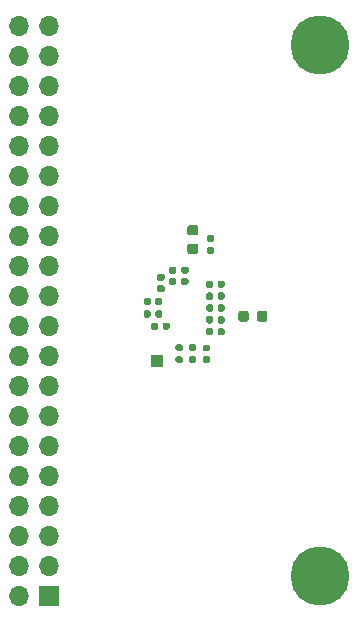
<source format=gbs>
G04 #@! TF.GenerationSoftware,KiCad,Pcbnew,(5.1.8)-1*
G04 #@! TF.CreationDate,2021-01-03T21:05:33+07:00*
G04 #@! TF.ProjectId,FT600_Adapter,46543630-305f-4416-9461-707465722e6b,rev?*
G04 #@! TF.SameCoordinates,Original*
G04 #@! TF.FileFunction,Soldermask,Bot*
G04 #@! TF.FilePolarity,Negative*
%FSLAX46Y46*%
G04 Gerber Fmt 4.6, Leading zero omitted, Abs format (unit mm)*
G04 Created by KiCad (PCBNEW (5.1.8)-1) date 2021-01-03 21:05:33*
%MOMM*%
%LPD*%
G01*
G04 APERTURE LIST*
%ADD10C,5.000000*%
%ADD11O,1.700000X1.700000*%
%ADD12R,1.700000X1.700000*%
%ADD13R,1.000000X1.000000*%
G04 APERTURE END LIST*
D10*
X135000000Y-126000000D03*
X135000000Y-81000000D03*
G36*
G01*
X125882500Y-97735000D02*
X125537500Y-97735000D01*
G75*
G02*
X125390000Y-97587500I0J147500D01*
G01*
X125390000Y-97292500D01*
G75*
G02*
X125537500Y-97145000I147500J0D01*
G01*
X125882500Y-97145000D01*
G75*
G02*
X126030000Y-97292500I0J-147500D01*
G01*
X126030000Y-97587500D01*
G75*
G02*
X125882500Y-97735000I-147500J0D01*
G01*
G37*
G36*
G01*
X125882500Y-98705000D02*
X125537500Y-98705000D01*
G75*
G02*
X125390000Y-98557500I0J147500D01*
G01*
X125390000Y-98262500D01*
G75*
G02*
X125537500Y-98115000I147500J0D01*
G01*
X125882500Y-98115000D01*
G75*
G02*
X126030000Y-98262500I0J-147500D01*
G01*
X126030000Y-98557500D01*
G75*
G02*
X125882500Y-98705000I-147500J0D01*
G01*
G37*
G36*
G01*
X122327500Y-100765000D02*
X122672500Y-100765000D01*
G75*
G02*
X122820000Y-100912500I0J-147500D01*
G01*
X122820000Y-101207500D01*
G75*
G02*
X122672500Y-101355000I-147500J0D01*
G01*
X122327500Y-101355000D01*
G75*
G02*
X122180000Y-101207500I0J147500D01*
G01*
X122180000Y-100912500D01*
G75*
G02*
X122327500Y-100765000I147500J0D01*
G01*
G37*
G36*
G01*
X122327500Y-99795000D02*
X122672500Y-99795000D01*
G75*
G02*
X122820000Y-99942500I0J-147500D01*
G01*
X122820000Y-100237500D01*
G75*
G02*
X122672500Y-100385000I-147500J0D01*
G01*
X122327500Y-100385000D01*
G75*
G02*
X122180000Y-100237500I0J147500D01*
G01*
X122180000Y-99942500D01*
G75*
G02*
X122327500Y-99795000I147500J0D01*
G01*
G37*
G36*
G01*
X121327500Y-101375000D02*
X121672500Y-101375000D01*
G75*
G02*
X121820000Y-101522500I0J-147500D01*
G01*
X121820000Y-101817500D01*
G75*
G02*
X121672500Y-101965000I-147500J0D01*
G01*
X121327500Y-101965000D01*
G75*
G02*
X121180000Y-101817500I0J147500D01*
G01*
X121180000Y-101522500D01*
G75*
G02*
X121327500Y-101375000I147500J0D01*
G01*
G37*
G36*
G01*
X121327500Y-100405000D02*
X121672500Y-100405000D01*
G75*
G02*
X121820000Y-100552500I0J-147500D01*
G01*
X121820000Y-100847500D01*
G75*
G02*
X121672500Y-100995000I-147500J0D01*
G01*
X121327500Y-100995000D01*
G75*
G02*
X121180000Y-100847500I0J147500D01*
G01*
X121180000Y-100552500D01*
G75*
G02*
X121327500Y-100405000I147500J0D01*
G01*
G37*
G36*
G01*
X121025000Y-103972500D02*
X121025000Y-103627500D01*
G75*
G02*
X121172500Y-103480000I147500J0D01*
G01*
X121467500Y-103480000D01*
G75*
G02*
X121615000Y-103627500I0J-147500D01*
G01*
X121615000Y-103972500D01*
G75*
G02*
X121467500Y-104120000I-147500J0D01*
G01*
X121172500Y-104120000D01*
G75*
G02*
X121025000Y-103972500I0J147500D01*
G01*
G37*
G36*
G01*
X120055000Y-103972500D02*
X120055000Y-103627500D01*
G75*
G02*
X120202500Y-103480000I147500J0D01*
G01*
X120497500Y-103480000D01*
G75*
G02*
X120645000Y-103627500I0J-147500D01*
G01*
X120645000Y-103972500D01*
G75*
G02*
X120497500Y-104120000I-147500J0D01*
G01*
X120202500Y-104120000D01*
G75*
G02*
X120055000Y-103972500I0J147500D01*
G01*
G37*
G36*
G01*
X125925000Y-105127500D02*
X125925000Y-105472500D01*
G75*
G02*
X125777500Y-105620000I-147500J0D01*
G01*
X125482500Y-105620000D01*
G75*
G02*
X125335000Y-105472500I0J147500D01*
G01*
X125335000Y-105127500D01*
G75*
G02*
X125482500Y-104980000I147500J0D01*
G01*
X125777500Y-104980000D01*
G75*
G02*
X125925000Y-105127500I0J-147500D01*
G01*
G37*
G36*
G01*
X126895000Y-105127500D02*
X126895000Y-105472500D01*
G75*
G02*
X126747500Y-105620000I-147500J0D01*
G01*
X126452500Y-105620000D01*
G75*
G02*
X126305000Y-105472500I0J147500D01*
G01*
X126305000Y-105127500D01*
G75*
G02*
X126452500Y-104980000I147500J0D01*
G01*
X126747500Y-104980000D01*
G75*
G02*
X126895000Y-105127500I0J-147500D01*
G01*
G37*
G36*
G01*
X125925000Y-104127500D02*
X125925000Y-104472500D01*
G75*
G02*
X125777500Y-104620000I-147500J0D01*
G01*
X125482500Y-104620000D01*
G75*
G02*
X125335000Y-104472500I0J147500D01*
G01*
X125335000Y-104127500D01*
G75*
G02*
X125482500Y-103980000I147500J0D01*
G01*
X125777500Y-103980000D01*
G75*
G02*
X125925000Y-104127500I0J-147500D01*
G01*
G37*
G36*
G01*
X126895000Y-104127500D02*
X126895000Y-104472500D01*
G75*
G02*
X126747500Y-104620000I-147500J0D01*
G01*
X126452500Y-104620000D01*
G75*
G02*
X126305000Y-104472500I0J147500D01*
G01*
X126305000Y-104127500D01*
G75*
G02*
X126452500Y-103980000I147500J0D01*
G01*
X126747500Y-103980000D01*
G75*
G02*
X126895000Y-104127500I0J-147500D01*
G01*
G37*
G36*
G01*
X125925000Y-103127500D02*
X125925000Y-103472500D01*
G75*
G02*
X125777500Y-103620000I-147500J0D01*
G01*
X125482500Y-103620000D01*
G75*
G02*
X125335000Y-103472500I0J147500D01*
G01*
X125335000Y-103127500D01*
G75*
G02*
X125482500Y-102980000I147500J0D01*
G01*
X125777500Y-102980000D01*
G75*
G02*
X125925000Y-103127500I0J-147500D01*
G01*
G37*
G36*
G01*
X126895000Y-103127500D02*
X126895000Y-103472500D01*
G75*
G02*
X126747500Y-103620000I-147500J0D01*
G01*
X126452500Y-103620000D01*
G75*
G02*
X126305000Y-103472500I0J147500D01*
G01*
X126305000Y-103127500D01*
G75*
G02*
X126452500Y-102980000I147500J0D01*
G01*
X126747500Y-102980000D01*
G75*
G02*
X126895000Y-103127500I0J-147500D01*
G01*
G37*
G36*
G01*
X123357500Y-100765000D02*
X123702500Y-100765000D01*
G75*
G02*
X123850000Y-100912500I0J-147500D01*
G01*
X123850000Y-101207500D01*
G75*
G02*
X123702500Y-101355000I-147500J0D01*
G01*
X123357500Y-101355000D01*
G75*
G02*
X123210000Y-101207500I0J147500D01*
G01*
X123210000Y-100912500D01*
G75*
G02*
X123357500Y-100765000I147500J0D01*
G01*
G37*
G36*
G01*
X123357500Y-99795000D02*
X123702500Y-99795000D01*
G75*
G02*
X123850000Y-99942500I0J-147500D01*
G01*
X123850000Y-100237500D01*
G75*
G02*
X123702500Y-100385000I-147500J0D01*
G01*
X123357500Y-100385000D01*
G75*
G02*
X123210000Y-100237500I0J147500D01*
G01*
X123210000Y-99942500D01*
G75*
G02*
X123357500Y-99795000I147500J0D01*
G01*
G37*
G36*
G01*
X121655000Y-105022500D02*
X121655000Y-104677500D01*
G75*
G02*
X121802500Y-104530000I147500J0D01*
G01*
X122097500Y-104530000D01*
G75*
G02*
X122245000Y-104677500I0J-147500D01*
G01*
X122245000Y-105022500D01*
G75*
G02*
X122097500Y-105170000I-147500J0D01*
G01*
X121802500Y-105170000D01*
G75*
G02*
X121655000Y-105022500I0J147500D01*
G01*
G37*
G36*
G01*
X120685000Y-105022500D02*
X120685000Y-104677500D01*
G75*
G02*
X120832500Y-104530000I147500J0D01*
G01*
X121127500Y-104530000D01*
G75*
G02*
X121275000Y-104677500I0J-147500D01*
G01*
X121275000Y-105022500D01*
G75*
G02*
X121127500Y-105170000I-147500J0D01*
G01*
X120832500Y-105170000D01*
G75*
G02*
X120685000Y-105022500I0J147500D01*
G01*
G37*
G36*
G01*
X129637500Y-104256250D02*
X129637500Y-103743750D01*
G75*
G02*
X129856250Y-103525000I218750J0D01*
G01*
X130293750Y-103525000D01*
G75*
G02*
X130512500Y-103743750I0J-218750D01*
G01*
X130512500Y-104256250D01*
G75*
G02*
X130293750Y-104475000I-218750J0D01*
G01*
X129856250Y-104475000D01*
G75*
G02*
X129637500Y-104256250I0J218750D01*
G01*
G37*
G36*
G01*
X128062500Y-104256250D02*
X128062500Y-103743750D01*
G75*
G02*
X128281250Y-103525000I218750J0D01*
G01*
X128718750Y-103525000D01*
G75*
G02*
X128937500Y-103743750I0J-218750D01*
G01*
X128937500Y-104256250D01*
G75*
G02*
X128718750Y-104475000I-218750J0D01*
G01*
X128281250Y-104475000D01*
G75*
G02*
X128062500Y-104256250I0J218750D01*
G01*
G37*
G36*
G01*
X121025000Y-102922500D02*
X121025000Y-102577500D01*
G75*
G02*
X121172500Y-102430000I147500J0D01*
G01*
X121467500Y-102430000D01*
G75*
G02*
X121615000Y-102577500I0J-147500D01*
G01*
X121615000Y-102922500D01*
G75*
G02*
X121467500Y-103070000I-147500J0D01*
G01*
X121172500Y-103070000D01*
G75*
G02*
X121025000Y-102922500I0J147500D01*
G01*
G37*
G36*
G01*
X120055000Y-102922500D02*
X120055000Y-102577500D01*
G75*
G02*
X120202500Y-102430000I147500J0D01*
G01*
X120497500Y-102430000D01*
G75*
G02*
X120645000Y-102577500I0J-147500D01*
G01*
X120645000Y-102922500D01*
G75*
G02*
X120497500Y-103070000I-147500J0D01*
G01*
X120202500Y-103070000D01*
G75*
G02*
X120055000Y-102922500I0J147500D01*
G01*
G37*
G36*
G01*
X125925000Y-102127500D02*
X125925000Y-102472500D01*
G75*
G02*
X125777500Y-102620000I-147500J0D01*
G01*
X125482500Y-102620000D01*
G75*
G02*
X125335000Y-102472500I0J147500D01*
G01*
X125335000Y-102127500D01*
G75*
G02*
X125482500Y-101980000I147500J0D01*
G01*
X125777500Y-101980000D01*
G75*
G02*
X125925000Y-102127500I0J-147500D01*
G01*
G37*
G36*
G01*
X126895000Y-102127500D02*
X126895000Y-102472500D01*
G75*
G02*
X126747500Y-102620000I-147500J0D01*
G01*
X126452500Y-102620000D01*
G75*
G02*
X126305000Y-102472500I0J147500D01*
G01*
X126305000Y-102127500D01*
G75*
G02*
X126452500Y-101980000I147500J0D01*
G01*
X126747500Y-101980000D01*
G75*
G02*
X126895000Y-102127500I0J-147500D01*
G01*
G37*
G36*
G01*
X125925000Y-101127500D02*
X125925000Y-101472500D01*
G75*
G02*
X125777500Y-101620000I-147500J0D01*
G01*
X125482500Y-101620000D01*
G75*
G02*
X125335000Y-101472500I0J147500D01*
G01*
X125335000Y-101127500D01*
G75*
G02*
X125482500Y-100980000I147500J0D01*
G01*
X125777500Y-100980000D01*
G75*
G02*
X125925000Y-101127500I0J-147500D01*
G01*
G37*
G36*
G01*
X126895000Y-101127500D02*
X126895000Y-101472500D01*
G75*
G02*
X126747500Y-101620000I-147500J0D01*
G01*
X126452500Y-101620000D01*
G75*
G02*
X126305000Y-101472500I0J147500D01*
G01*
X126305000Y-101127500D01*
G75*
G02*
X126452500Y-100980000I147500J0D01*
G01*
X126747500Y-100980000D01*
G75*
G02*
X126895000Y-101127500I0J-147500D01*
G01*
G37*
G36*
G01*
X124456250Y-97152500D02*
X123943750Y-97152500D01*
G75*
G02*
X123725000Y-96933750I0J218750D01*
G01*
X123725000Y-96496250D01*
G75*
G02*
X123943750Y-96277500I218750J0D01*
G01*
X124456250Y-96277500D01*
G75*
G02*
X124675000Y-96496250I0J-218750D01*
G01*
X124675000Y-96933750D01*
G75*
G02*
X124456250Y-97152500I-218750J0D01*
G01*
G37*
G36*
G01*
X124456250Y-98727500D02*
X123943750Y-98727500D01*
G75*
G02*
X123725000Y-98508750I0J218750D01*
G01*
X123725000Y-98071250D01*
G75*
G02*
X123943750Y-97852500I218750J0D01*
G01*
X124456250Y-97852500D01*
G75*
G02*
X124675000Y-98071250I0J-218750D01*
G01*
X124675000Y-98508750D01*
G75*
G02*
X124456250Y-98727500I-218750J0D01*
G01*
G37*
D11*
X109460000Y-79440000D03*
X112000000Y-79440000D03*
X109460000Y-81980000D03*
X112000000Y-81980000D03*
X109460000Y-84520000D03*
X112000000Y-84520000D03*
X109460000Y-87060000D03*
X112000000Y-87060000D03*
X109460000Y-89600000D03*
X112000000Y-89600000D03*
X109460000Y-92140000D03*
X112000000Y-92140000D03*
X109460000Y-94680000D03*
X112000000Y-94680000D03*
X109460000Y-97220000D03*
X112000000Y-97220000D03*
X109460000Y-99760000D03*
X112000000Y-99760000D03*
X109460000Y-102300000D03*
X112000000Y-102300000D03*
X109460000Y-104840000D03*
X112000000Y-104840000D03*
X109460000Y-107380000D03*
X112000000Y-107380000D03*
X109460000Y-109920000D03*
X112000000Y-109920000D03*
X109460000Y-112460000D03*
X112000000Y-112460000D03*
X109460000Y-115000000D03*
X112000000Y-115000000D03*
X109460000Y-117540000D03*
X112000000Y-117540000D03*
X109460000Y-120080000D03*
X112000000Y-120080000D03*
X109460000Y-122620000D03*
X112000000Y-122620000D03*
X109460000Y-125160000D03*
X112000000Y-125160000D03*
X109460000Y-127700000D03*
D12*
X112000000Y-127700000D03*
D13*
X121150000Y-107750000D03*
G36*
G01*
X123235000Y-106920000D02*
X122865000Y-106920000D01*
G75*
G02*
X122730000Y-106785000I0J135000D01*
G01*
X122730000Y-106515000D01*
G75*
G02*
X122865000Y-106380000I135000J0D01*
G01*
X123235000Y-106380000D01*
G75*
G02*
X123370000Y-106515000I0J-135000D01*
G01*
X123370000Y-106785000D01*
G75*
G02*
X123235000Y-106920000I-135000J0D01*
G01*
G37*
G36*
G01*
X123235000Y-107940000D02*
X122865000Y-107940000D01*
G75*
G02*
X122730000Y-107805000I0J135000D01*
G01*
X122730000Y-107535000D01*
G75*
G02*
X122865000Y-107400000I135000J0D01*
G01*
X123235000Y-107400000D01*
G75*
G02*
X123370000Y-107535000I0J-135000D01*
G01*
X123370000Y-107805000D01*
G75*
G02*
X123235000Y-107940000I-135000J0D01*
G01*
G37*
G36*
G01*
X125520000Y-106980000D02*
X125180000Y-106980000D01*
G75*
G02*
X125040000Y-106840000I0J140000D01*
G01*
X125040000Y-106560000D01*
G75*
G02*
X125180000Y-106420000I140000J0D01*
G01*
X125520000Y-106420000D01*
G75*
G02*
X125660000Y-106560000I0J-140000D01*
G01*
X125660000Y-106840000D01*
G75*
G02*
X125520000Y-106980000I-140000J0D01*
G01*
G37*
G36*
G01*
X125520000Y-107940000D02*
X125180000Y-107940000D01*
G75*
G02*
X125040000Y-107800000I0J140000D01*
G01*
X125040000Y-107520000D01*
G75*
G02*
X125180000Y-107380000I140000J0D01*
G01*
X125520000Y-107380000D01*
G75*
G02*
X125660000Y-107520000I0J-140000D01*
G01*
X125660000Y-107800000D01*
G75*
G02*
X125520000Y-107940000I-140000J0D01*
G01*
G37*
G36*
G01*
X124385000Y-106920000D02*
X124015000Y-106920000D01*
G75*
G02*
X123880000Y-106785000I0J135000D01*
G01*
X123880000Y-106515000D01*
G75*
G02*
X124015000Y-106380000I135000J0D01*
G01*
X124385000Y-106380000D01*
G75*
G02*
X124520000Y-106515000I0J-135000D01*
G01*
X124520000Y-106785000D01*
G75*
G02*
X124385000Y-106920000I-135000J0D01*
G01*
G37*
G36*
G01*
X124385000Y-107940000D02*
X124015000Y-107940000D01*
G75*
G02*
X123880000Y-107805000I0J135000D01*
G01*
X123880000Y-107535000D01*
G75*
G02*
X124015000Y-107400000I135000J0D01*
G01*
X124385000Y-107400000D01*
G75*
G02*
X124520000Y-107535000I0J-135000D01*
G01*
X124520000Y-107805000D01*
G75*
G02*
X124385000Y-107940000I-135000J0D01*
G01*
G37*
M02*

</source>
